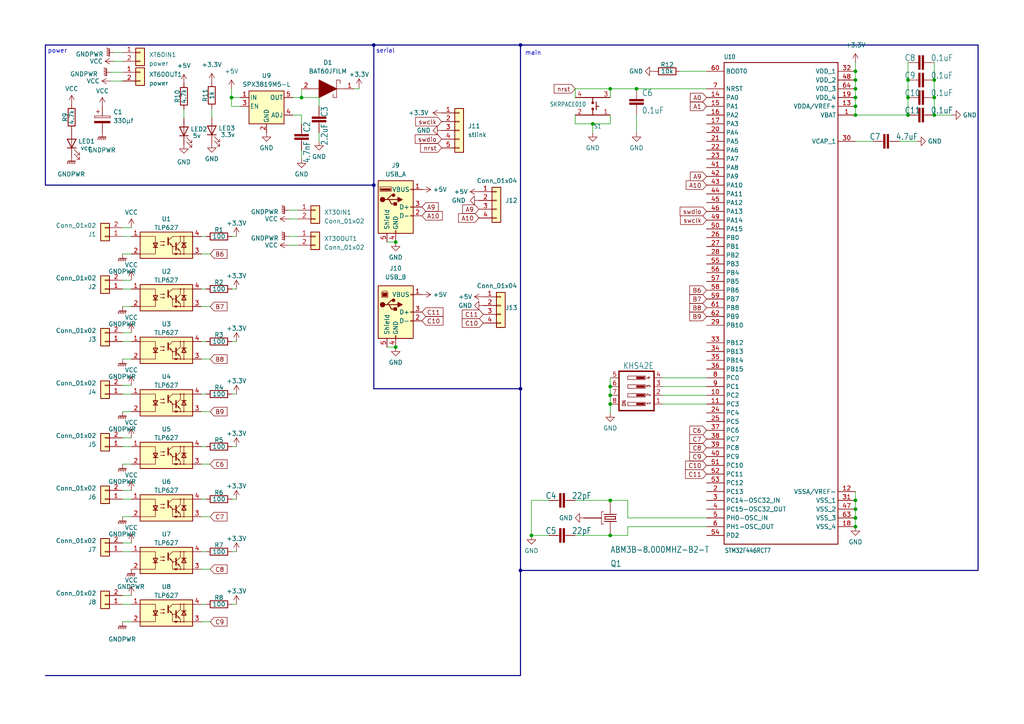
<source format=kicad_sch>
(kicad_sch (version 20230121) (generator eeschema)
  (paper "A4")
  (junction (at 108.4173 13.0555))
  (junction (at 263.3573 33.3755))
  (junction (at 176.9973 114.6555))
  (junction (at 171.9173 35.9155))
  (junction (at 150.9623 13.0555))
  (junction (at 248.1173 23.2155))
  (junction (at 248.1173 152.7555))
  (junction (at 270.9773 28.2955))
  (junction (at 67.1423 28.2955))
  (junction (at 114.7673 70.2055))
  (junction (at 184.6173 25.7555))
  (junction (at 150.9623 165.4555))
  (junction (at 248.1173 20.6755))
  (junction (at 176.9973 117.1955))
  (junction (at 248.1173 33.3755))
  (junction (at 176.9973 155.2955))
  (junction (at 114.7673 100.6855))
  (junction (at 270.9773 23.2155))
  (junction (at 176.9973 145.1355))
  (junction (at 263.3573 23.2155))
  (junction (at 176.9973 25.7555))
  (junction (at 263.3573 28.2955))
  (junction (at 108.4173 53.6955))
  (junction (at 270.9773 33.3755))
  (junction (at 248.1173 30.8355))
  (junction (at 248.1173 150.2155))
  (junction (at 248.1173 147.6755))
  (junction (at 150.9623 112.7505))
  (junction (at 248.1173 28.2955))
  (junction (at 154.1373 155.2955))
  (junction (at 248.1173 25.7555))
  (junction (at 248.1173 145.1355))
  (junction (at 87.4623 28.2955))
  (junction (at 176.9973 112.1155))
  (wire (pts (xy 67.31 68.58) (xy 68.58 68.58)))
  (wire (pts (xy 87.4623 25.7555) (xy 87.4623 28.2955)))
  (wire (pts (xy 35.56 96.52) (xy 38.1 96.52)))
  (wire (pts (xy 248.1173 145.1355) (xy 248.1173 147.6755)) (stroke (width 0.1524)))
  (wire (pts (xy 248.1173 23.2155) (xy 248.1173 20.6755)) (stroke (width 0.1524)))
  (wire (pts (xy 83.82 68.58) (xy 86.36 68.58)))
  (wire (pts (xy 68.58 144.78) (xy 67.31 144.78)))
  (wire (pts (xy 35.56 66.04) (xy 38.1 66.04)))
  (wire (pts (xy 58.42 175.26) (xy 59.69 175.26)))
  (wire (pts (xy 58.42 160.02) (xy 59.69 160.02)))
  (wire (pts (xy 263.3573 23.2155) (xy 263.3573 28.2955)) (stroke (width 0.1524)))
  (wire (pts (xy 60.96 88.9) (xy 58.42 88.9)))
  (wire (pts (xy 67.1423 25.7555) (xy 67.1423 28.2955)) (stroke (width 0.1524)))
  (wire (pts (xy 67.1423 28.2955) (xy 69.6823 28.2955)) (stroke (width 0.1524)))
  (wire (pts (xy 35.56 129.54) (xy 38.1 129.54)))
  (bus (pts (xy 150.9623 112.7505) (xy 150.9623 165.4555)))
  (bus (pts (xy 150.9623 13.0555) (xy 283.6773 13.0555)))
  (wire (pts (xy 35.56 142.24) (xy 38.1 142.24)))
  (wire (pts (xy 176.9973 155.2955) (xy 166.8373 155.2955)) (stroke (width 0.1524)))
  (wire (pts (xy 204.9373 117.1955) (xy 192.2373 117.1955)) (stroke (width 0.1524)))
  (wire (pts (xy 166.8373 33.3755) (xy 166.8373 35.9155)) (stroke (width 0.1524)))
  (wire (pts (xy 60.96 149.86) (xy 58.42 149.86)))
  (wire (pts (xy 154.1373 145.1355) (xy 154.1373 155.2955)) (stroke (width 0.1524)))
  (wire (pts (xy 35.56 114.3) (xy 38.1 114.3)))
  (wire (pts (xy 32.1077 23.5085) (xy 35.1969 23.5085)))
  (wire (pts (xy 35.56 81.28) (xy 38.1 81.28)))
  (wire (pts (xy 248.1173 33.3755) (xy 248.1173 30.8355)) (stroke (width 0.1524)))
  (wire (pts (xy 67.1423 28.2955) (xy 67.1423 30.8355)) (stroke (width 0.1524)))
  (wire (pts (xy 182.0773 150.2155) (xy 204.9373 150.2155)) (stroke (width 0.1524)))
  (wire (pts (xy 60.96 134.62) (xy 58.42 134.62)))
  (wire (pts (xy 182.0773 152.7555) (xy 204.9373 152.7555)) (stroke (width 0.1524)))
  (wire (pts (xy 35.56 99.06) (xy 38.1 99.06)))
  (wire (pts (xy 263.3573 33.3755) (xy 248.1173 33.3755)) (stroke (width 0.1524)))
  (wire (pts (xy 176.9973 25.7555) (xy 176.9973 28.2955)) (stroke (width 0.1524)))
  (wire (pts (xy 176.9973 117.1955) (xy 176.9973 119.7355)) (stroke (width 0.1524)))
  (wire (pts (xy 60.96 104.14) (xy 58.42 104.14)))
  (wire (pts (xy 35.56 83.82) (xy 38.1 83.82)))
  (wire (pts (xy 35.56 160.02) (xy 38.1 160.02)))
  (wire (pts (xy 166.8373 35.9155) (xy 171.9173 35.9155)) (stroke (width 0.1524)))
  (wire (pts (xy 35.56 144.78) (xy 38.1 144.78)))
  (wire (pts (xy 35.56 88.9) (xy 38.1 88.9)))
  (wire (pts (xy 35.1969 23.5085) (xy 35.1969 23.495)))
  (wire (pts (xy 182.0773 155.2955) (xy 182.0773 152.7555)) (stroke (width 0.1524)))
  (bus (pts (xy 13.1673 13.0555) (xy 13.1673 53.6955)))
  (wire (pts (xy 35.1969 23.495) (xy 35.56 23.495)))
  (wire (pts (xy 53.34 31.75) (xy 53.34 34.29)) (stroke (width 0.1524)))
  (wire (pts (xy 248.1173 150.2155) (xy 248.1173 152.7555)) (stroke (width 0.1524)))
  (wire (pts (xy 35.56 104.14) (xy 38.1 104.14)))
  (wire (pts (xy 204.9373 114.6555) (xy 192.2373 114.6555)) (stroke (width 0.1524)))
  (bus (pts (xy 108.4173 53.6955) (xy 108.4173 112.7505)))
  (wire (pts (xy 248.1173 28.2955) (xy 248.1173 25.7555)) (stroke (width 0.1524)))
  (wire (pts (xy 248.1173 25.7555) (xy 248.1173 23.2155)) (stroke (width 0.1524)))
  (wire (pts (xy 60.96 119.38) (xy 58.42 119.38)))
  (wire (pts (xy 112.2273 70.2055) (xy 114.7673 70.2055)))
  (wire (pts (xy 67.31 160.02) (xy 68.58 160.02)))
  (wire (pts (xy 171.9173 35.9155) (xy 176.9973 35.9155)) (stroke (width 0.1524)))
  (wire (pts (xy 68.58 99.06) (xy 67.31 99.06)))
  (wire (pts (xy 60.96 180.34) (xy 58.42 180.34)))
  (wire (pts (xy 68.58 129.54) (xy 67.31 129.54)))
  (wire (pts (xy 204.9373 20.6755) (xy 197.3173 20.6755)) (stroke (width 0.1524)))
  (wire (pts (xy 67.31 83.82) (xy 68.58 83.82)))
  (wire (pts (xy 35.56 180.34) (xy 38.1 180.34)))
  (wire (pts (xy 60.96 165.1) (xy 58.42 165.1)))
  (wire (pts (xy 184.6173 25.7555) (xy 204.9373 25.7555)) (stroke (width 0.1524)))
  (wire (pts (xy 176.9973 35.9155) (xy 176.9973 33.3755)) (stroke (width 0.1524)))
  (wire (pts (xy 35.56 175.26) (xy 38.1 175.26)))
  (wire (pts (xy 32.1991 20.9649) (xy 35.2255 20.9649)))
  (wire (pts (xy 248.1173 142.5955) (xy 248.1173 145.1355)) (stroke (width 0.1524)))
  (wire (pts (xy 84.9223 33.3755) (xy 87.4623 33.3755)) (stroke (width 0.1524)))
  (bus (pts (xy 13.1673 53.6955) (xy 108.4173 53.6955)))
  (wire (pts (xy 35.56 119.38) (xy 38.1 119.38)))
  (wire (pts (xy 159.2173 145.1355) (xy 154.1373 145.1355)) (stroke (width 0.1524)))
  (bus (pts (xy 13.1673 195.9355) (xy 150.9623 195.9355)))
  (wire (pts (xy 83.82 71.12) (xy 86.36 71.12)))
  (wire (pts (xy 87.4623 46.0755) (xy 87.4623 43.5355)) (stroke (width 0.1524)))
  (bus (pts (xy 283.6773 165.4555) (xy 150.9623 165.4555)))
  (wire (pts (xy 84.9223 28.2955) (xy 87.4623 28.2955)) (stroke (width 0.1524)))
  (wire (pts (xy 35.56 172.72) (xy 38.1 172.72)))
  (bus (pts (xy 108.4173 53.6955) (xy 108.4173 13.0555)))
  (wire (pts (xy 270.9773 23.2155) (xy 270.9773 28.2955)) (stroke (width 0.1524)))
  (bus (pts (xy 13.1673 13.0555) (xy 108.4173 13.0555)))
  (wire (pts (xy 176.9973 114.6555) (xy 176.9973 117.1955)) (stroke (width 0.1524)))
  (wire (pts (xy 112.2273 100.6855) (xy 114.7673 100.6855)))
  (wire (pts (xy 35.56 73.66) (xy 38.1 73.66)))
  (wire (pts (xy 182.0773 145.1355) (xy 182.0773 150.2155)) (stroke (width 0.1524)))
  (wire (pts (xy 176.9973 25.7555) (xy 184.6173 25.7555)) (stroke (width 0.1524)))
  (wire (pts (xy 176.9973 109.5755) (xy 176.9973 112.1155)) (stroke (width 0.1524)))
  (wire (pts (xy 176.9973 155.2955) (xy 182.0773 155.2955)) (stroke (width 0.1524)))
  (wire (pts (xy 176.9973 145.1355) (xy 166.8373 145.1355)) (stroke (width 0.1524)))
  (wire (pts (xy 92.5423 28.2955) (xy 92.5423 30.8355)) (stroke (width 0.1524)))
  (wire (pts (xy 270.9773 18.1355) (xy 270.9773 23.2155)) (stroke (width 0.1524)))
  (wire (pts (xy 270.9773 28.2955) (xy 270.9773 33.3755)) (stroke (width 0.1524)))
  (wire (pts (xy 35.56 15.24) (xy 33.02 15.24)))
  (wire (pts (xy 248.1173 20.6755) (xy 248.1173 18.1355)) (stroke (width 0.1524)))
  (wire (pts (xy 248.1173 30.8355) (xy 248.1173 28.2955)) (stroke (width 0.1524)))
  (wire (pts (xy 35.56 68.58) (xy 38.1 68.58)))
  (wire (pts (xy 59.69 129.54) (xy 58.42 129.54)))
  (wire (pts (xy 67.1423 30.8355) (xy 69.6823 30.8355)) (stroke (width 0.1524)))
  (wire (pts (xy 171.9173 35.9155) (xy 171.9173 38.4555)) (stroke (width 0.1524)))
  (bus (pts (xy 108.4173 13.0555) (xy 150.9623 13.0555)))
  (bus (pts (xy 150.9623 195.9355) (xy 150.9623 165.4555)))
  (wire (pts (xy 35.56 157.48) (xy 38.1 157.48)))
  (wire (pts (xy 154.1373 155.2955) (xy 159.2173 155.2955)) (stroke (width 0.1524)))
  (wire (pts (xy 68.58 114.3) (xy 67.31 114.3)))
  (wire (pts (xy 270.9773 33.3755) (xy 276.0573 33.3755)) (stroke (width 0.1524)))
  (wire (pts (xy 60.96 73.66) (xy 58.42 73.66)))
  (wire (pts (xy 61.4273 31.4705) (xy 61.4273 34.0105)) (stroke (width 0.1524)))
  (wire (pts (xy 92.5423 40.9955) (xy 92.5423 38.4555)) (stroke (width 0.1524)))
  (wire (pts (xy 176.9973 112.1155) (xy 176.9973 114.6555)) (stroke (width 0.1524)))
  (wire (pts (xy 35.2255 20.955) (xy 35.56 20.955)))
  (wire (pts (xy 248.1173 40.9955) (xy 253.1973 40.9955)) (stroke (width 0.1524)))
  (wire (pts (xy 35.56 111.76) (xy 38.1 111.76)))
  (wire (pts (xy 59.69 83.82) (xy 58.42 83.82)))
  (wire (pts (xy 35.56 127) (xy 38.1 127)))
  (wire (pts (xy 83.82 60.96) (xy 86.36 60.96)))
  (wire (pts (xy 263.3573 18.1355) (xy 263.3573 23.2155)) (stroke (width 0.1524)))
  (bus (pts (xy 108.4173 112.7505) (xy 150.9623 112.7505)))
  (wire (pts (xy 35.2255 20.9649) (xy 35.2255 20.955)))
  (wire (pts (xy 176.9973 145.1355) (xy 182.0773 145.1355)) (stroke (width 0.1524)))
  (wire (pts (xy 87.4623 33.3755) (xy 87.4623 35.9155)) (stroke (width 0.1524)))
  (wire (pts (xy 104.14 25.4) (xy 104.14 25.7555)))
  (wire (pts (xy 104.14 25.7555) (xy 102.7023 25.7555)))
  (wire (pts (xy 67.31 175.26) (xy 68.58 175.26)))
  (wire (pts (xy 83.82 63.5) (xy 86.36 63.5)))
  (wire (pts (xy 184.6173 33.3755) (xy 184.6173 38.4555)) (stroke (width 0.1524)))
  (wire (pts (xy 35.56 149.86) (xy 38.1 149.86)))
  (wire (pts (xy 166.8373 28.2955) (xy 166.8373 25.7555)) (stroke (width 0.1524)))
  (wire (pts (xy 263.3573 28.2955) (xy 263.3573 33.3755)) (stroke (width 0.1524)))
  (wire (pts (xy 166.8373 25.7555) (xy 176.9973 25.7555)) (stroke (width 0.1524)))
  (wire (pts (xy 35.56 134.62) (xy 38.1 134.62)))
  (bus (pts (xy 283.6773 13.0555) (xy 283.6773 165.4555)))
  (wire (pts (xy 59.69 99.06) (xy 58.42 99.06)))
  (wire (pts (xy 248.1173 147.6755) (xy 248.1173 150.2155)) (stroke (width 0.1524)))
  (wire (pts (xy 204.9373 109.5755) (xy 192.2373 109.5755)) (stroke (width 0.1524)))
  (wire (pts (xy 87.4623 28.2955) (xy 92.5423 28.2955)) (stroke (width 0.1524)))
  (wire (pts (xy 59.69 144.78) (xy 58.42 144.78)))
  (wire (pts (xy 33.02 17.78) (xy 35.56 17.78)))
  (bus (pts (xy 150.9623 13.0555) (xy 150.9623 112.7505)))
  (wire (pts (xy 59.69 114.3) (xy 58.42 114.3)))
  (wire (pts (xy 58.42 68.58) (xy 59.69 68.58)))
  (wire (pts (xy 204.9373 112.1155) (xy 192.2373 112.1155)) (stroke (width 0.1524)))
  (wire (pts (xy 260.8173 40.9955) (xy 265.8973 40.9955)) (stroke (width 0.1524)))
  (text "main\n" (at 152.2323 16.2305 0) (effects (font (size 1.27 1.27)) (justify left bottom)))
  (text "power\n" (at 13.8023 15.5955 0) (effects (font (size 1.27 1.27)) (justify left bottom)))
  (text "serial" (at 109.0523 15.5955 0) (effects (font (size 1.27 1.27)) (justify left bottom)))
  (global_label "nrst" (shape input) (at 166.8373 25.7555 180) (property "Intersheetrefs" "${INTERSHEET_REFS}" (effects hide)))
  (global_label "B7" (shape input) (at 60.96 88.9 0) (property "Intersheetrefs" "${INTERSHEET_REFS}" (effects hide)))
  (global_label "A0" (shape input) (at 204.9373 28.2955 180) (property "Intersheetrefs" "${INTERSHEET_REFS}" (effects hide)))
  (global_label "C10" (shape input) (at 140.1673 93.7005 180) (property "Intersheetrefs" "${INTERSHEET_REFS}" (effects hide)))
  (global_label "C9" (shape input) (at 204.9373 132.4355 180) (property "Intersheetrefs" "${INTERSHEET_REFS}" (effects hide)))
  (global_label "C10" (shape input) (at 204.9373 134.9755 180) (property "Intersheetrefs" "${INTERSHEET_REFS}" (effects hide)))
  (global_label "C6" (shape input) (at 60.96 134.62 0) (property "Intersheetrefs" "${INTERSHEET_REFS}" (effects hide)))
  (global_label "A9" (shape input) (at 204.9373 51.1555 180) (property "Intersheetrefs" "${INTERSHEET_REFS}" (effects hide)))
  (global_label "C6" (shape input) (at 204.9373 124.8155 180) (property "Intersheetrefs" "${INTERSHEET_REFS}" (effects hide)))
  (global_label "B9" (shape input) (at 60.96 119.38 0) (property "Intersheetrefs" "${INTERSHEET_REFS}" (effects hide)))
  (global_label "C11" (shape input) (at 122.3873 90.5255 0) (property "Intersheetrefs" "${INTERSHEET_REFS}" (effects hide)))
  (global_label "nrst" (shape input) (at 128.1023 42.9005 180) (property "Intersheetrefs" "${INTERSHEET_REFS}" (effects hide)))
  (global_label "B6" (shape input) (at 60.96 73.66 0) (property "Intersheetrefs" "${INTERSHEET_REFS}" (effects hide)))
  (global_label "B9" (shape input) (at 204.9373 91.7955 180) (property "Intersheetrefs" "${INTERSHEET_REFS}" (effects hide)))
  (global_label "B7" (shape input) (at 204.9373 86.7155 180) (property "Intersheetrefs" "${INTERSHEET_REFS}" (effects hide)))
  (global_label "C10" (shape input) (at 122.3873 93.0655 0) (property "Intersheetrefs" "${INTERSHEET_REFS}" (effects hide)))
  (global_label "A9" (shape input) (at 122.3873 60.0455 0) (property "Intersheetrefs" "${INTERSHEET_REFS}" (effects hide)))
  (global_label "C11" (shape input) (at 204.9373 137.5155 180) (property "Intersheetrefs" "${INTERSHEET_REFS}" (effects hide)))
  (global_label "swdio" (shape input) (at 128.1023 40.3605 180) (property "Intersheetrefs" "${INTERSHEET_REFS}" (effects hide)))
  (global_label "swclk" (shape input) (at 128.1023 35.2805 180) (property "Intersheetrefs" "${INTERSHEET_REFS}" (effects hide)))
  (global_label "C8" (shape input) (at 204.9373 129.8955 180) (property "Intersheetrefs" "${INTERSHEET_REFS}" (effects hide)))
  (global_label "C8" (shape input) (at 60.96 165.1 0) (property "Intersheetrefs" "${INTERSHEET_REFS}" (effects hide)))
  (global_label "A10" (shape input) (at 122.3873 62.5855 0) (property "Intersheetrefs" "${INTERSHEET_REFS}" (effects hide)))
  (global_label "C7" (shape input) (at 204.9373 127.3555 180) (property "Intersheetrefs" "${INTERSHEET_REFS}" (effects hide)))
  (global_label "swdio" (shape input) (at 204.9373 61.3155 180) (property "Intersheetrefs" "${INTERSHEET_REFS}" (effects hide)))
  (global_label "swclk" (shape input) (at 204.9373 63.8555 180) (property "Intersheetrefs" "${INTERSHEET_REFS}" (effects hide)))
  (global_label "C7" (shape input) (at 60.96 149.86 0) (property "Intersheetrefs" "${INTERSHEET_REFS}" (effects hide)))
  (global_label "A10" (shape input) (at 204.9373 53.6955 180) (property "Intersheetrefs" "${INTERSHEET_REFS}" (effects hide)))
  (global_label "A9" (shape input) (at 138.8973 60.6805 180) (property "Intersheetrefs" "${INTERSHEET_REFS}" (effects hide)))
  (global_label "C11" (shape input) (at 140.1673 91.1605 180) (property "Intersheetrefs" "${INTERSHEET_REFS}" (effects hide)))
  (global_label "A1" (shape input) (at 204.9373 30.8355 180) (property "Intersheetrefs" "${INTERSHEET_REFS}" (effects hide)))
  (global_label "B8" (shape input) (at 204.9373 89.2555 180) (property "Intersheetrefs" "${INTERSHEET_REFS}" (effects hide)))
  (global_label "B6" (shape input) (at 204.9373 84.1755 180) (property "Intersheetrefs" "${INTERSHEET_REFS}" (effects hide)))
  (global_label "C9" (shape input) (at 60.96 180.34 0) (property "Intersheetrefs" "${INTERSHEET_REFS}" (effects hide)))
  (global_label "B8" (shape input) (at 60.96 104.14 0) (property "Intersheetrefs" "${INTERSHEET_REFS}" (effects hide)))
  (global_label "A10" (shape input) (at 138.8973 63.2205 180) (property "Intersheetrefs" "${INTERSHEET_REFS}" (effects hide)))
  (symbol (lib_id "power:+3.3V") (at 68.58 144.78 0) (unit 1)
    (property "Reference" "#PWR022" (effects hide))
    (property "Value" "+3.3V" (at 68.58 140.97 0))
  )
  (symbol (lib_id "power:GND") (at 114.7673 70.2055 0) (unit 1)
    (property "Reference" "#PWR046" (effects hide))
    (property "Value" "GND" (at 114.7673 74.6505 0))
  )
  (symbol (lib_id "power:GND") (at 184.6173 38.4555 0) (unit 1)
    (property "Reference" "#PWR060" (effects hide))
    (property "Value" "GND" (at 184.6173 42.9005 0))
  )
  (symbol (lib_id "power:VCC") (at 38.1 111.76 0) (unit 1)
    (property "Reference" "#PWR011" (effects hide))
    (property "Value" "VCC" (at 38.1 107.315 0))
  )
  (symbol (lib_id "power:+5V") (at 67.1423 25.7555 0) (unit 1)
    (property "Reference" "#PWR037" (effects hide))
    (property "Value" "+5V" (at 67.1423 20.6755 0))
  )
  (symbol (lib_id "power:+5V") (at 122.3873 54.9655 270) (unit 1)
    (property "Reference" "#PWR048" (effects hide))
    (property "Value" "+5V" (at 125.5623 54.9655 90) (effects (justify left)))
  )
  (symbol (lib_id "power:GND") (at 189.6973 20.6755 270) (unit 1)
    (property "Reference" "#PWR061" (effects hide))
    (property "Value" "GND" (at 186.5223 20.6755 90) (effects (justify right)))
  )
  (symbol (lib_id "Isolator:TLP627") (at 48.26 177.8 0) (unit 1)
    (property "Reference" "U8" (at 48.26 170.18 0))
    (property "Value" "TLP627" (at 48.26 172.72 0))
    (property "Footprint" "Package_DIP:DIP-4_W7.62mm" (effects hide))
    (property "Datasheet" "https://toshiba.semicon-storage.com/info/docget.jsp?did=16914&prodName=TLP627" (effects hide))
  )
  (symbol (lib_id "ver1-eagle-import:SKRPACE010") (at 171.9173 30.8355 180) (unit 1)
    (property "Reference" "S1" (at 174.4604 35.9217 0) (effects (font (size 1.2715 1.0807)) (justify left bottom)))
    (property "Value" "SKRPACE010" (at 170.0123 29.5655 0) (effects (font (size 1.2721 1.0812)) (justify left bottom)))
    (property "Footprint" "SamacSys:SMT_4.2X3.2_" (effects hide))
  )
  (symbol (lib_id "power:+3.3V") (at 248.1173 18.1355 0) (unit 1)
    (property "Reference" "#PWR062" (effects hide))
    (property "Value" "+3.3V" (at 248.1173 13.0555 0))
  )
  (symbol (lib_id "Connector_Generic:Conn_01x02") (at 30.48 160.02 180) (unit 1)
    (property "Reference" "J7" (at 27.94 159.385 0) (effects (justify left)))
    (property "Value" "Conn_01x02" (at 27.94 156.845 0) (effects (justify left)))
    (property "Footprint" "Connector_AMASS:AMASS_XT30PW-F_1x02_P2.50mm_Horizontal" (effects hide))
  )
  (symbol (lib_id "power:GNDPWR") (at 20.7873 45.4405 0) (unit 1)
    (property "Reference" "#PWR026" (effects hide))
    (property "Value" "GNDPWR" (at 20.6603 50.5205 0))
  )
  (symbol (lib_id "Device:R") (at 63.5 144.78 90) (unit 1)
    (property "Reference" "R6" (at 63.5 142.875 90))
    (property "Value" "100" (at 63.5 144.78 90))
    (property "Footprint" "Resistor_SMD:R_0603_1608Metric" (effects hide))
  )
  (symbol (lib_id "Connector_Generic:Conn_01x04") (at 143.9773 58.1405 0) (unit 1)
    (property "Reference" "J12" (at 146.5173 58.1405 0) (effects (justify left)))
    (property "Value" "Conn_01x04" (at 138.2623 52.4255 0) (effects (justify left)))
    (property "Footprint" "Connector_JST:JST_XA_B04B-XASK-1_1x04_P2.50mm_Vertical" (effects hide))
  )
  (symbol (lib_id "Isolator:TLP627") (at 48.26 86.36 0) (unit 1)
    (property "Reference" "U2" (at 48.26 78.74 0))
    (property "Value" "TLP627" (at 48.26 81.28 0))
    (property "Footprint" "Package_DIP:DIP-4_W7.62mm" (effects hide))
    (property "Datasheet" "https://toshiba.semicon-storage.com/info/docget.jsp?did=16914&prodName=TLP627" (effects hide))
  )
  (symbol (lib_id "power:+3.3V") (at 104.14 25.4 0) (unit 1)
    (property "Reference" "#PWR045" (effects hide))
    (property "Value" "+3.3V" (at 104.14 21.59 0))
  )
  (symbol (lib_id "power:+5V") (at 138.8973 55.6005 90) (unit 1)
    (property "Reference" "#PWR052" (effects hide))
    (property "Value" "+5V" (at 135.7223 55.6005 90) (effects (justify left)))
  )
  (symbol (lib_id "power:GND") (at 87.4623 46.0755 0) (unit 1)
    (property "Reference" "#PWR043" (effects hide))
    (property "Value" "GND" (at 87.4623 50.5205 0))
  )
  (symbol (lib_id "power:VCC") (at 38.1 81.28 0) (unit 1)
    (property "Reference" "#PWR09" (effects hide))
    (property "Value" "VCC" (at 38.1 76.835 0))
  )
  (symbol (lib_id "power:VCC") (at 38.1 66.04 0) (unit 1)
    (property "Reference" "#PWR08" (effects hide))
    (property "Value" "VCC" (at 38.1 61.595 0))
  )
  (symbol (lib_id "power:GND") (at 154.1373 155.2955 0) (unit 1)
    (property "Reference" "#PWR056" (effects hide))
    (property "Value" "GND" (at 154.1373 159.7405 0))
  )
  (symbol (lib_id "Connector_Generic:Conn_01x02") (at 40.64 20.955 0) (unit 1)
    (property "Reference" "XT60OUT1" (at 43.18 21.59 0) (effects (justify left)))
    (property "Value" "power" (at 43.18 24.13 0) (effects (justify left)))
    (property "Footprint" "Connector_AMASS:AMASS_XT60PW-M_1x02_P7.20mm_Horizontal" (effects hide))
  )
  (symbol (lib_id "power:GNDPWR") (at 35.56 104.14 0) (unit 1)
    (property "Reference" "#PWR03" (effects hide))
    (property "Value" "GNDPWR" (at 35.433 109.22 0))
  )
  (symbol (lib_id "Isolator:TLP627") (at 48.26 71.12 0) (unit 1)
    (property "Reference" "U1" (at 48.26 63.5 0))
    (property "Value" "TLP627" (at 48.26 66.04 0))
    (property "Footprint" "Package_DIP:DIP-4_W7.62mm" (effects hide))
    (property "Datasheet" "https://toshiba.semicon-storage.com/info/docget.jsp?did=16914&prodName=TLP627" (effects hide))
  )
  (symbol (lib_id "power:GND") (at 53.34 41.91 0) (unit 1)
    (property "Reference" "#PWR034" (effects hide))
    (property "Value" "GND" (at 53.34 46.99 0))
  )
  (symbol (lib_id "Device:LED") (at 53.34 38.1 90) (unit 1)
    (property "Reference" "LED2" (at 55.245 37.465 90) (effects (justify right)))
    (property "Value" "5v" (at 55.88 39.37 90) (effects (justify right)))
    (property "Footprint" "LED_SMD:LED_0603_1608Metric" (effects hide))
  )
  (symbol (lib_id "power:GND") (at 128.1023 37.8205 270) (unit 1)
    (property "Reference" "#PWR051" (effects hide))
    (property "Value" "GND" (at 124.9273 37.8205 90) (effects (justify right)))
  )
  (symbol (lib_id "Isolator:TLP627") (at 48.26 132.08 0) (unit 1)
    (property "Reference" "U5" (at 48.26 124.46 0))
    (property "Value" "TLP627" (at 48.26 127 0))
    (property "Footprint" "Package_DIP:DIP-4_W7.62mm" (effects hide))
    (property "Datasheet" "https://toshiba.semicon-storage.com/info/docget.jsp?did=16914&prodName=TLP627" (effects hide))
  )
  (symbol (lib_id "power:+3.3V") (at 61.4273 23.8505 0) (unit 1)
    (property "Reference" "#PWR035" (effects hide))
    (property "Value" "+3.3V" (at 61.4273 18.7705 0))
  )
  (symbol (lib_id "power:GND") (at 276.0573 33.3755 90) (unit 1)
    (property "Reference" "#PWR065" (effects hide))
    (property "Value" "GND" (at 279.2323 33.3755 90) (effects (justify right)))
  )
  (symbol (lib_id "power:GNDPWR") (at 35.56 149.86 0) (unit 1)
    (property "Reference" "#PWR06" (effects hide))
    (property "Value" "GNDPWR" (at 35.433 154.94 0))
  )
  (symbol (lib_id "power:VCC") (at 38.1 96.52 0) (unit 1)
    (property "Reference" "#PWR010" (effects hide))
    (property "Value" "VCC" (at 38.1 92.075 0))
  )
  (symbol (lib_id "power:VCC") (at 20.7873 30.2005 0) (unit 1)
    (property "Reference" "#PWR025" (effects hide))
    (property "Value" "VCC" (at 20.7873 25.7555 0))
  )
  (symbol (lib_id "Device:R") (at 20.7873 34.0105 180) (unit 1)
    (property "Reference" "R9" (at 18.8823 34.0105 90))
    (property "Value" "4.7k" (at 20.7873 34.0105 90))
    (property "Footprint" "Resistor_SMD:R_0603_1608Metric" (effects hide))
  )
  (symbol (lib_id "Connector_Generic:Conn_01x02") (at 30.48 68.58 180) (unit 1)
    (property "Reference" "J1" (at 27.94 67.945 0) (effects (justify left)))
    (property "Value" "Conn_01x02" (at 27.94 65.405 0) (effects (justify left)))
    (property "Footprint" "Connector_AMASS:AMASS_XT30PW-F_1x02_P2.50mm_Horizontal" (effects hide))
  )
  (symbol (lib_id "power:VCC") (at 38.1 172.72 0) (unit 1)
    (property "Reference" "#PWR016" (effects hide))
    (property "Value" "VCC" (at 38.1 168.275 0))
  )
  (symbol (lib_id "power:VCC") (at 83.82 71.12 90) (unit 1)
    (property "Reference" "#PWR042" (effects hide))
    (property "Value" "VCC" (at 80.645 71.12 90) (effects (justify left)))
  )
  (symbol (lib_id "power:VCC") (at 32.1077 23.5085 90) (unit 1)
    (property "Reference" "#PWR029" (effects hide))
    (property "Value" "VCC" (at 28.9327 23.5085 90) (effects (justify left)))
  )
  (symbol (lib_id "Connector_Generic:Conn_01x05") (at 133.1823 37.8205 0) (unit 1)
    (property "Reference" "J11" (at 135.7223 36.5505 0) (effects (justify left)))
    (property "Value" "stlink" (at 135.7223 39.0905 0) (effects (justify left)))
    (property "Footprint" "Connector_JST:JST_XA_S05B-XASK-1_1x05_P2.50mm_Horizontal" (effects hide))
  )
  (symbol (lib_id "power:+5V") (at 53.34 24.13 0) (unit 1)
    (property "Reference" "#PWR033" (effects hide))
    (property "Value" "+5V" (at 53.34 19.05 0))
  )
  (symbol (lib_id "ver1-eagle-import:C-EUC0805") (at 265.8973 23.2155 90) (unit 1)
    (property "Reference" "C9" (at 262.3413 22.8345 90) (effects (font (size 1.778 1.5113)) (justify right top)))
    (property "Value" "0.1uF" (at 269.9613 22.8345 90) (effects (font (size 1.778 1.5113)) (justify right top)))
    (property "Footprint" "Capacitor_SMD:C_0603_1608Metric" (effects hide))
  )
  (symbol (lib_id "Connector_Generic:Conn_01x02") (at 91.44 60.96 0) (unit 1)
    (property "Reference" "XT30IN1" (at 93.98 61.595 0) (effects (justify left)))
    (property "Value" "Conn_01x02" (at 93.98 64.135 0) (effects (justify left)))
    (property "Footprint" "Connector_AMASS:AMASS_XT30PW-F_1x02_P2.50mm_Horizontal" (effects hide))
  )
  (symbol (lib_id "power:VCC") (at 38.1 127 0) (unit 1)
    (property "Reference" "#PWR012" (effects hide))
    (property "Value" "VCC" (at 38.1 122.555 0))
  )
  (symbol (lib_id "Device:R") (at 63.5 68.58 90) (unit 1)
    (property "Reference" "R1" (at 63.5 66.675 90))
    (property "Value" "100" (at 63.5 68.58 90))
    (property "Footprint" "Resistor_SMD:R_0603_1608Metric" (effects hide))
  )
  (symbol (lib_id "power:+3.3V") (at 128.1023 32.7405 90) (unit 1)
    (property "Reference" "#PWR050" (effects hide))
    (property "Value" "+3.3V" (at 124.2923 32.7405 90) (effects (justify left)))
  )
  (symbol (lib_id "Connector_Generic:Conn_01x02") (at 30.48 83.82 180) (unit 1)
    (property "Reference" "J2" (at 27.94 83.185 0) (effects (justify left)))
    (property "Value" "Conn_01x02" (at 27.94 80.645 0) (effects (justify left)))
    (property "Footprint" "Connector_AMASS:AMASS_XT30PW-F_1x02_P2.50mm_Horizontal" (effects hide))
  )
  (symbol (lib_id "Connector:USB_A") (at 114.7673 60.0455 0) (unit 1)
    (property "Reference" "J9" (at 114.7673 47.9805 0))
    (property "Value" "USB_A" (at 114.7673 50.5205 0))
    (property "Footprint" "Connector_USB:USB_A_Molex_67643_Horizontal" (effects hide))
    (property "Datasheet" " ~" (effects hide))
  )
  (symbol (lib_id "Device:R") (at 53.34 27.94 180) (unit 1)
    (property "Reference" "R10" (at 51.435 27.94 90))
    (property "Value" "4.7k" (at 53.34 27.94 90))
    (property "Footprint" "Resistor_SMD:R_0603_1608Metric" (effects hide))
  )
  (symbol (lib_id "ver1-eagle-import:C-EUC0603") (at 92.5423 33.3755 0) (unit 1)
    (property "Reference" "C3" (at 95.0823 34.0105 90) (effects (font (size 1.778 1.5113)) (justify left bottom)))
    (property "Value" "2.2uF" (at 95.0823 42.2655 90) (effects (font (size 1.778 1.5113)) (justify left bottom)))
    (property "Footprint" "Capacitor_SMD:C_0603_1608Metric" (effects hide))
  )
  (symbol (lib_id "power:+3.3V") (at 68.58 68.58 0) (unit 1)
    (property "Reference" "#PWR017" (effects hide))
    (property "Value" "+3.3V" (at 68.58 64.77 0))
  )
  (symbol (lib_id "power:GNDPWR") (at 32.1991 20.9649 270) (unit 1)
    (property "Reference" "#PWR030" (effects hide))
    (property "Value" "GNDPWR" (at 28.3891 21.4729 90) (effects (justify right)))
  )
  (symbol (lib_id "ver1-eagle-import:C-EUC0805") (at 265.8973 18.1355 90) (unit 1)
    (property "Reference" "C8" (at 262.3413 17.7545 90) (effects (font (size 1.778 1.5113)) (justify right top)))
    (property "Value" "0.1uF" (at 269.9613 17.7545 90) (effects (font (size 1.778 1.5113)) (justify right top)))
    (property "Footprint" "Capacitor_SMD:C_0603_1608Metric" (effects hide))
  )
  (symbol (lib_id "Connector_Generic:Conn_01x02") (at 30.48 99.06 180) (unit 1)
    (property "Reference" "J3" (at 27.94 98.425 0) (effects (justify left)))
    (property "Value" "Conn_01x02" (at 27.94 95.885 0) (effects (justify left)))
    (property "Footprint" "Connector_AMASS:AMASS_XT30PW-F_1x02_P2.50mm_Horizontal" (effects hide))
  )
  (symbol (lib_id "ver1-eagle-import:C-EUC0805") (at 265.8973 28.2955 90) (unit 1)
    (property "Reference" "C10" (at 262.3413 27.9145 90) (effects (font (size 1.778 1.5113)) (justify right top)))
    (property "Value" "0.1uF" (at 269.9613 27.9145 90) (effects (font (size 1.778 1.5113)) (justify right top)))
    (property "Footprint" "Capacitor_SMD:C_0603_1608Metric" (effects hide))
  )
  (symbol (lib_id "power:+3.3V") (at 68.58 114.3 0) (unit 1)
    (property "Reference" "#PWR020" (effects hide))
    (property "Value" "+3.3V" (at 68.58 110.49 0))
  )
  (symbol (lib_id "power:GND") (at 61.4273 41.6305 0) (unit 1)
    (property "Reference" "#PWR036" (effects hide))
    (property "Value" "GND" (at 61.4273 46.0755 0))
  )
  (symbol (lib_id "ver1-eagle-import:KHS42E") (at 184.6173 114.6555 90) (unit 1)
    (property "Reference" "S2" (effects hide))
    (property "Value" "KHS42E" (at 189.6973 105.1305 90) (effects (font (size 1.778 1.5113)) (justify left bottom)))
    (property "Footprint" "SamacSys:NE555DR" (effects hide))
  )
  (symbol (lib_id "power:VCC") (at 38.1 157.48 0) (unit 1)
    (property "Reference" "#PWR014" (effects hide))
    (property "Value" "VCC" (at 38.1 153.035 0))
  )
  (symbol (lib_id "Isolator:TLP627") (at 48.26 116.84 0) (unit 1)
    (property "Reference" "U4" (at 48.26 109.22 0))
    (property "Value" "TLP627" (at 48.26 111.76 0))
    (property "Footprint" "Package_DIP:DIP-4_W7.62mm" (effects hide))
    (property "Datasheet" "https://toshiba.semicon-storage.com/info/docget.jsp?did=16914&prodName=TLP627" (effects hide))
  )
  (symbol (lib_id "Connector_Generic:Conn_01x02") (at 91.44 68.58 0) (unit 1)
    (property "Reference" "XT30OUT1" (at 93.98 69.215 0) (effects (justify left)))
    (property "Value" "Conn_01x02" (at 93.98 71.755 0) (effects (justify left)))
    (property "Footprint" "Connector_AMASS:AMASS_XT30PW-F_1x02_P2.50mm_Horizontal" (effects hide))
  )
  (symbol (lib_id "power:GND") (at 248.1173 152.7555 0) (unit 1)
    (property "Reference" "#PWR063" (effects hide))
    (property "Value" "GND" (at 248.1173 157.2005 0))
  )
  (symbol (lib_id "power:GNDPWR") (at 33.02 15.24 270) (unit 1)
    (property "Reference" "#PWR031" (effects hide))
    (property "Value" "GNDPWR" (at 30.0127 15.748 90) (effects (justify right)))
  )
  (symbol (lib_id "power:+5V") (at 140.1673 86.0805 90) (mirror x) (unit 1)
    (property "Reference" "#PWR054" (effects hide))
    (property "Value" "+5V" (at 136.9923 86.0805 90) (effects (justify left)))
  )
  (symbol (lib_id "ver1-eagle-import:C-EUC0603") (at 184.6173 28.2955 0) (unit 1)
    (property "Reference" "C6" (at 186.1413 27.9145 0) (effects (font (size 1.778 1.5113)) (justify left bottom)))
    (property "Value" "0.1uF" (at 186.1413 32.9945 0) (effects (font (size 1.778 1.5113)) (justify left bottom)))
    (property "Footprint" "Capacitor_SMD:C_0603_1608Metric" (effects hide))
  )
  (symbol (lib_id "ver1-eagle-import:C-EUC0805") (at 255.7373 40.9955 90) (unit 1)
    (property "Reference" "C7" (at 252.1813 40.6145 90) (effects (font (size 1.778 1.5113)) (justify right top)))
    (property "Value" "4.7uF" (at 259.8013 40.6145 90) (effects (font (size 1.778 1.5113)) (justify right top)))
    (property "Footprint" "Capacitor_SMD:C_0603_1608Metric" (effects hide))
  )
  (symbol (lib_id "ver1-eagle-import:C-EUC0805") (at 265.8973 33.3755 90) (unit 1)
    (property "Reference" "C11" (at 262.3413 32.9945 90) (effects (font (size 1.778 1.5113)) (justify right top)))
    (property "Value" "0.1uF" (at 269.9613 32.9945 90) (effects (font (size 1.778 1.5113)) (justify right top)))
    (property "Footprint" "Capacitor_SMD:C_0603_1608Metric" (effects hide))
  )
  (symbol (lib_id "ver1-eagle-import:C-EUC0603") (at 161.7573 145.1355 90) (unit 1)
    (property "Reference" "C4" (at 158.2013 144.7545 90) (effects (font (size 1.778 1.5113)) (justify right top)))
    (property "Value" "22pF" (at 165.8213 144.7545 90) (effects (font (size 1.778 1.5113)) (justify right top)))
    (property "Footprint" "Capacitor_SMD:C_0603_1608Metric" (effects hide))
  )
  (symbol (lib_id "power:GND") (at 171.9173 38.4555 0) (unit 1)
    (property "Reference" "#PWR058" (effects hide))
    (property "Value" "GND" (at 171.9173 42.9005 0))
  )
  (symbol (lib_id "Device:R") (at 63.5 83.82 90) (unit 1)
    (property "Reference" "R2" (at 63.5 81.915 90))
    (property "Value" "100" (at 63.5 83.82 90))
    (property "Footprint" "Resistor_SMD:R_0603_1608Metric" (effects hide))
  )
  (symbol (lib_id "Isolator:TLP627") (at 48.26 147.32 0) (unit 1)
    (property "Reference" "U6" (at 48.26 139.7 0))
    (property "Value" "TLP627" (at 48.26 142.24 0))
    (property "Footprint" "Package_DIP:DIP-4_W7.62mm" (effects hide))
    (property "Datasheet" "https://toshiba.semicon-storage.com/info/docget.jsp?did=16914&prodName=TLP627" (effects hide))
  )
  (symbol (lib_id "ver1-eagle-import:C-EUC0603") (at 87.4623 38.4555 0) (unit 1)
    (property "Reference" "C2" (at 90.0023 38.4555 90) (effects (font (size 1.778 1.5113)) (justify left bottom)))
    (property "Value" "4.7nF" (at 90.0023 47.3455 90) (effects (font (size 1.778 1.5113)) (justify left bottom)))
    (property "Footprint" "Capacitor_SMD:C_0603_1608Metric" (effects hide))
  )
  (symbol (lib_id "power:+3.3V") (at 68.58 175.26 0) (unit 1)
    (property "Reference" "#PWR024" (effects hide))
    (property "Value" "+3.3V" (at 68.58 171.45 0))
  )
  (symbol (lib_id "Connector_Generic:Conn_01x04") (at 145.2473 88.6205 0) (unit 1)
    (property "Reference" "J13" (at 146.5173 89.2555 0) (effects (justify left)))
    (property "Value" "Conn_01x04" (at 138.2623 82.9055 0) (effects (justify left)))
    (property "Footprint" "Connector_JST:JST_XA_B04B-XASK-1_1x04_P2.50mm_Vertical" (effects hide))
  )
  (symbol (lib_id "power:GNDPWR") (at 83.82 68.58 270) (unit 1)
    (property "Reference" "#PWR041" (effects hide))
    (property "Value" "GNDPWR" (at 80.8127 69.088 90) (effects (justify right)))
  )
  (symbol (lib_id "power:GNDPWR") (at 35.56 134.62 0) (unit 1)
    (property "Reference" "#PWR05" (effects hide))
    (property "Value" "GNDPWR" (at 35.433 139.7 0))
  )
  (symbol (lib_id "power:VCC") (at 29.6773 30.8355 0) (unit 1)
    (property "Reference" "#PWR027" (effects hide))
    (property "Value" "VCC" (at 29.6773 26.3905 0))
  )
  (symbol (lib_id "power:+3.3V") (at 68.58 160.02 0) (unit 1)
    (property "Reference" "#PWR023" (effects hide))
    (property "Value" "+3.3V" (at 68.58 156.21 0))
  )
  (symbol (lib_id "Device:LED") (at 61.4273 37.8205 90) (unit 1)
    (property "Reference" "LED3" (at 63.3323 37.1855 90) (effects (justify right)))
    (property "Value" "3.3v" (at 63.9673 39.0905 90) (effects (justify right)))
    (property "Footprint" "LED_SMD:LED_0603_1608Metric" (effects hide))
  )
  (symbol (lib_id "power:GND") (at 77.3023 38.4555 0) (unit 1)
    (property "Reference" "#PWR038" (effects hide))
    (property "Value" "GND" (at 77.3023 42.9005 0))
  )
  (symbol (lib_id "Device:R") (at 63.5 114.3 90) (unit 1)
    (property "Reference" "R4" (at 63.5 112.395 90))
    (property "Value" "100" (at 63.5 114.3 90))
    (property "Footprint" "Resistor_SMD:R_0603_1608Metric" (effects hide))
  )
  (symbol (lib_id "power:GND") (at 169.3773 150.2155 270) (unit 1)
    (property "Reference" "#PWR057" (effects hide))
    (property "Value" "GND" (at 166.2023 150.2155 90) (effects (justify right)))
  )
  (symbol (lib_id "Isolator:TLP627") (at 48.26 162.56 0) (unit 1)
    (property "Reference" "U7" (at 48.26 154.94 0))
    (property "Value" "TLP627" (at 48.26 157.48 0))
    (property "Footprint" "Package_DIP:DIP-4_W7.62mm" (effects hide))
    (property "Datasheet" "https://toshiba.semicon-storage.com/info/docget.jsp?did=16914&prodName=TLP627" (effects hide))
  )
  (symbol (lib_id "Connector_Generic:Conn_01x02") (at 40.64 15.24 0) (unit 1)
    (property "Reference" "XT60IN1" (at 43.18 15.875 0) (effects (justify left)))
    (property "Value" "power" (at 43.18 18.415 0) (effects (justify left)))
    (property "Footprint" "Connector_AMASS:AMASS_XT60PW-M_1x02_P7.20mm_Horizontal" (effects hide))
  )
  (symbol (lib_id "power:GNDPWR") (at 35.56 180.34 0) (unit 1)
    (property "Reference" "#PWR07" (effects hide))
    (property "Value" "GNDPWR" (at 35.433 185.42 0))
  )
  (symbol (lib_id "Device:LED") (at 20.7873 41.6305 90) (unit 1)
    (property "Reference" "LED1" (at 22.6923 40.9955 90) (effects (justify right)))
    (property "Value" "vcc" (at 23.3273 42.9005 90) (effects (justify right)))
    (property "Footprint" "LED_SMD:LED_0603_1608Metric" (effects hide))
  )
  (symbol (lib_id "Connector_Generic:Conn_01x02") (at 30.48 175.26 180) (unit 1)
    (property "Reference" "J8" (at 27.94 174.625 0) (effects (justify left)))
    (property "Value" "Conn_01x02" (at 27.94 172.085 0) (effects (justify left)))
    (property "Footprint" "Connector_AMASS:AMASS_XT30PW-F_1x02_P2.50mm_Horizontal" (effects hide))
  )
  (symbol (lib_id "power:+3.3V") (at 68.58 83.82 0) (unit 1)
    (property "Reference" "#PWR018" (effects hide))
    (property "Value" "+3.3V" (at 68.58 80.01 0))
  )
  (symbol (lib_id "power:GND") (at 138.8973 58.1405 270) (unit 1)
    (property "Reference" "#PWR053" (effects hide))
    (property "Value" "GND" (at 135.0873 58.1405 90) (effects (justify right)))
  )
  (symbol (lib_id "Device:R") (at 63.5 160.02 90) (unit 1)
    (property "Reference" "R7" (at 63.5 158.115 90))
    (property "Value" "100" (at 63.5 160.02 90))
    (property "Footprint" "Resistor_SMD:R_0603_1608Metric" (effects hide))
  )
  (symbol (lib_id "power:GND") (at 114.7673 100.6855 0) (unit 1)
    (property "Reference" "#PWR047" (effects hide))
    (property "Value" "GND" (at 114.7673 105.1305 0))
  )
  (symbol (lib_id "Device:C_Polarized") (at 29.6773 34.6455 0) (unit 1)
    (property "Reference" "C1" (at 32.8523 32.4865 0) (effects (justify left)))
    (property "Value" "330μf" (at 32.8523 35.0265 0) (effects (justify left)))
    (property "Footprint" "Capacitor_SMD:CP_Elec_10x10" (effects hide))
  )
  (symbol (lib_id "Connector_Generic:Conn_01x02") (at 30.48 114.3 180) (unit 1)
    (property "Reference" "J4" (at 27.94 113.665 0) (effects (justify left)))
    (property "Value" "Conn_01x02" (at 27.94 111.125 0) (effects (justify left)))
    (property "Footprint" "Connector_AMASS:AMASS_XT30PW-F_1x02_P2.50mm_Horizontal" (effects hide))
  )
  (symbol (lib_id "power:GND") (at 140.1673 88.6205 270) (unit 1)
    (property "Reference" "#PWR055" (effects hide))
    (property "Value" "GND" (at 136.9923 88.6205 90) (effects (justify right)))
  )
  (symbol (lib_id "power:VCC") (at 33.02 17.78 90) (unit 1)
    (property "Reference" "#PWR032" (effects hide))
    (property "Value" "VCC" (at 29.845 17.78 90) (effects (justify left)))
  )
  (symbol (lib_id "power:GNDPWR") (at 83.82 60.96 270) (unit 1)
    (property "Reference" "#PWR039" (effects hide))
    (property "Value" "GNDPWR" (at 80.8127 61.468 90) (effects (justify right)))
  )
  (symbol (lib_id "power:VCC") (at 83.82 63.5 90) (unit 1)
    (property "Reference" "#PWR040" (effects hide))
    (property "Value" "VCC" (at 80.645 63.5 90) (effects (justify left)))
  )
  (symbol (lib_id "power:+3.3V") (at 68.58 99.06 0) (unit 1)
    (property "Reference" "#PWR019" (effects hide))
    (property "Value" "+3.3V" (at 68.58 95.25 0))
  )
  (symbol (lib_id "power:GNDPWR") (at 35.56 119.38 0) (unit 1)
    (property "Reference" "#PWR04" (effects hide))
    (property "Value" "GNDPWR" (at 35.433 124.46 0))
  )
  (symbol (lib_id "Device:R") (at 63.5 175.26 90) (unit 1)
    (property "Reference" "R8" (at 63.5 173.355 90))
    (property "Value" "100" (at 63.5 175.26 90))
    (property "Footprint" "Resistor_SMD:R_0603_1608Metric" (effects hide))
  )
  (symbol (lib_id "power:VCC") (at 38.1 142.24 0) (unit 1)
    (property "Reference" "#PWR013" (effects hide))
    (property "Value" "VCC" (at 38.1 137.795 0))
  )
  (symbol (lib_id "Connector_Generic:Conn_01x02") (at 30.48 144.78 180) (unit 1)
    (property "Reference" "J6" (at 27.94 144.145 0) (effects (justify left)))
    (property "Value" "Conn_01x02" (at 27.94 141.605 0) (effects (justify left)))
    (property "Footprint" "Connector_AMASS:AMASS_XT30PW-F_1x02_P2.50mm_Horizontal" (effects hide))
  )
  (symbol (lib_id "power:GND") (at 176.9973 119.7355 0) (unit 1)
    (property "Reference" "#PWR059" (effects hide))
    (property "Value" "GND" (at 176.9973 124.1805 0))
  )
  (symbol (lib_id "power:GND") (at 265.8973 40.9955 90) (unit 1)
    (property "Reference" "#PWR064" (effects hide))
    (property "Value" "GND" (at 269.0723 40.9955 90) (effects (justify right)))
  )
  (symbol (lib_id "power:+3.3V") (at 68.58 129.54 0) (unit 1)
    (property "Reference" "#PWR021" (effects hide))
    (property "Value" "+3.3V" (at 68.58 125.73 0))
  )
  (symbol (lib_id "Device:R") (at 63.5 99.06 90) (unit 1)
    (property "Reference" "R3" (at 63.5 97.155 90))
    (property "Value" "100" (at 63.5 99.06 90))
    (property "Footprint" "Resistor_SMD:R_0603_1608Metric" (effects hide))
  )
  (symbol (lib_id "power:GNDPWR") (at 35.56 88.9 0) (unit 1)
    (property "Reference" "#PWR02" (effects hide))
    (property "Value" "GNDPWR" (at 35.433 93.98 0))
  )
  (symbol (lib_id "Device:R") (at 63.5 129.54 90) (unit 1)
    (property "Reference" "R5" (at 63.5 127.635 90))
    (property "Value" "100" (at 63.5 129.54 90))
    (property "Footprint" "Resistor_SMD:R_0603_1608Metric" (effects hide))
  )
  (symbol (lib_id "Isolator:TLP627") (at 48.26 101.6 0) (unit 1)
    (property "Reference" "U3" (at 48.26 93.98 0))
    (property "Value" "TLP627" (at 48.26 96.52 0))
    (property "Footprint" "Package_DIP:DIP-4_W7.62mm" (effects hide))
    (property "Datasheet" "https://toshiba.semicon-storage.com/info/docget.jsp?did=16914&prodName=TLP627" (effects hide))
  )
  (symbol (lib_id "power:+5V") (at 122.3873 85.4455 270) (unit 1)
    (property "Reference" "#PWR049" (effects hide))
    (property "Value" "+5V" (at 125.5623 85.4455 90) (effects (justify left)))
  )
  (symbol (lib_id "power:GND") (at 92.5423 40.9955 0) (unit 1)
    (property "Reference" "#PWR044" (effects hide))
    (property "Value" "GND" (at 92.5423 45.4405 0))
  )
  (symbol (lib_id "SamacSys_Parts:BAT60JFILM") (at 105.2423 25.7555 180) (unit 1)
    (property "Reference" "D1" (at 95.0823 18.1355 0))
    (property "Value" "BAT60JFILM" (at 95.0823 20.6755 0))
    (property "Footprint" "Diode_SMD:D_SOD-323" (effects hide))
    (property "Datasheet" "https://www.mouser.jp/datasheet/2/389/cd00001944-1795661.pdf" (effects hide))
    (property "Description" "SMALL SIGNAL SCHOTTKY DIODE" (effects hide))
    (property "Height" "1.17" (effects hide))
    (property "Manufacturer_Name" "STMicroelectronics" (effects hide))
    (property "Manufacturer_Part_Number" "BAT60JFILM" (effects hide))
    (property "Mouser Part Number" "511-BAT60JFILM" (effects hide))
    (property "Mouser Price/Stock" "https://www.mouser.co.uk/ProductDetail/STMicroelectronics/BAT60JFILM?qs=GnFZssByvVVVnMaukcyLZg%3D%3D" (effects hide))
    (property "Arrow Part Number" "BAT60JFILM" (effects hide))
    (property "Arrow Price/Stock" "https://www.arrow.com/en/products/bat60jfilm/stmicroelectronics?region=nac" (effects hide))
  )
  (symbol (lib_id "Device:R") (at 193.5073 20.6755 90) (unit 1)
    (property "Reference" "R12" (at 193.5073 18.7705 90))
    (property "Value" "10k" (at 193.5073 20.6755 90))
    (property "Footprint" "Resistor_SMD:R_0603_1608Metric" (effects hide))
  )
  (symbol (lib_id "ver1-eagle-import:C-EUC0603") (at 161.7573 155.2955 90) (unit 1)
    (property "Reference" "C5" (at 158.2013 154.9145 90) (effects (font (size 1.778 1.5113)) (justify right top)))
    (property "Value" "22pF" (at 165.8213 154.9145 90) (effects (font (size 1.778 1.5113)) (justify right top)))
    (property "Footprint" "Capacitor_SMD:C_0603_1608Metric" (effects hide))
  )
  (symbol (lib_id "Device:R") (at 61.4273 27.6605 180) (unit 1)
    (property "Reference" "R11" (at 59.5223 27.6605 90))
    (property "Value" "1k" (at 61.4273 27.6605 90))
    (property "Footprint" "Resistor_SMD:R_0603_1608Metric" (effects hide))
  )
  (symbol (lib_id "Connector_Generic:Conn_01x02") (at 30.48 129.54 180) (unit 1)
    (property "Reference" "J5" (at 27.94 128.905 0) (effects (justify left)))
    (property "Value" "Conn_01x02" (at 27.94 126.365 0) (effects (justify left)))
    (property "Footprint" "Connector_AMASS:AMASS_XT30PW-F_1x02_P2.50mm_Horizontal" (effects hide))
  )
  (symbol (lib_id "ver1-eagle-import:ABM3B-8.000MHZ-B2-T") (at 176.9973 150.2155 270) (unit 1)
    (property "Reference" "Q1" (at 176.9982 164.4391 90) (effects (font (size 1.7786 1.5118)) (justify left bottom)))
    (property "Value" "ABM3B-8.000MHZ-B2-T" (at 177.0004 160.3785 90) (effects (font (size 1.7801 1.513)) (justify left bottom)))
    (property "Footprint" "Crystal:Crystal_SMD_Abracon_ABM3B-4Pin_5.0x3.2mm" (effects hide))
  )
  (symbol (lib_id "Regulator_Linear:SPX3819M5-L") (at 77.3023 30.8355 0) (unit 1)
    (property "Reference" "U9" (at 77.3023 21.9455 0))
    (property "Value" "SPX3819M5-L" (at 77.3023 24.4855 0))
    (property "Footprint" "Package_TO_SOT_SMD:SOT-23-5" (effects hide))
    (property "Datasheet" "https://www.exar.com/content/document.ashx?id=22106&languageid=1033&type=Datasheet&partnumber=SPX3819&filename=SPX3819.pdf&part=SPX3819" (effects hide))
  )
  (symbol (lib_id "power:GNDPWR") (at 29.6773 38.4555 0) (unit 1)
    (property "Reference" "#PWR028" (effects hide))
    (property "Value" "GNDPWR" (at 29.5503 43.5355 0))
  )
  (symbol (lib_id "power:GNDPWR") (at 35.56 73.66 0) (unit 1)
    (property "Reference" "#PWR01" (effects hide))
    (property "Value" "GNDPWR" (at 35.433 78.74 0))
  )
  (symbol (lib_id "power:GNDPWR") (at 38.1 165.1 0) (unit 1)
    (property "Reference" "#PWR015" (effects hide))
    (property "Value" "GNDPWR" (at 37.973 170.18 0))
  )
  (symbol (lib_id "Connector:USB_B") (at 114.7673 90.5255 0) (unit 1)
    (property "Reference" "J10" (at 114.7673 77.8255 0))
    (property "Value" "USB_B" (at 114.7673 80.3655 0))
    (property "Footprint" "Connector_USB:USB_B_Lumberg_2411_02_Horizontal" (effects hide))
    (property "Datasheet" " ~" (effects hide))
  )
  (symbol (lib_id "ver1-eagle-import:STM32F446RCT7") (at 227.7973 84.1755 0) (unit 1)
    (property "Reference" "U10" (at 209.9679 17.1875 0) (effects (font (size 1.2735 1.0824)) (justify left bottom)))
    (property "Value" "STM32F446RCT7" (at 210.2134 160.3724 0) (effects (font (size 1.2741 1.0829)) (justify left bottom)))
    (property "Footprint" "SamacSys:QFP50P1200X1200X160-64N" (effects hide))
  )
)
</source>
